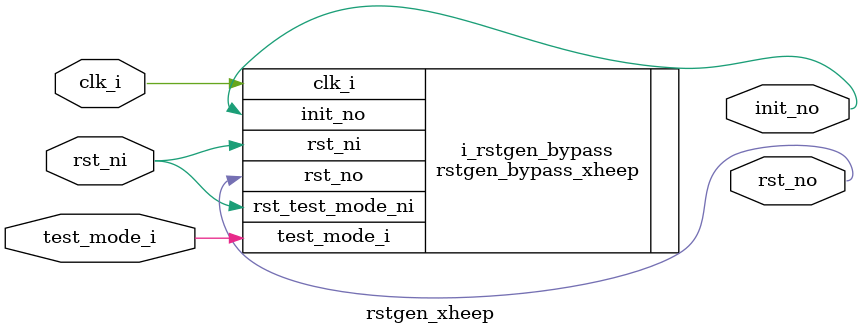
<source format=sv>


module rstgen_xheep (
    input  logic clk_i,
    input  logic rst_ni,
    input  logic test_mode_i,
    output logic rst_no,
    output logic init_no
);

    rstgen_bypass_xheep i_rstgen_bypass (
        .clk_i            ( clk_i       ),
        .rst_ni           ( rst_ni      ),
        .rst_test_mode_ni ( rst_ni      ),
        .test_mode_i      ( test_mode_i ),
        .rst_no           ( rst_no      ),
        .init_no          ( init_no     )
    );

endmodule

</source>
